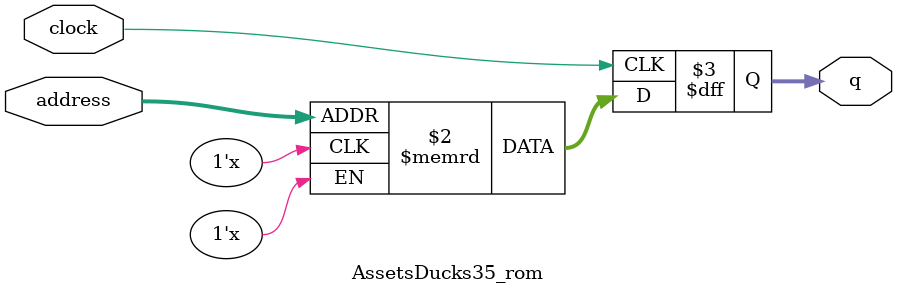
<source format=sv>
module AssetsDucks35_rom (
	input logic clock,
	input logic [12:0] address,
	output logic [3:0] q
);

logic [3:0] memory [0:4351] /* synthesis ram_init_file = "./AssetsDucks35/AssetsDucks35.mif" */;

always_ff @ (posedge clock) begin
	q <= memory[address];
end

endmodule

</source>
